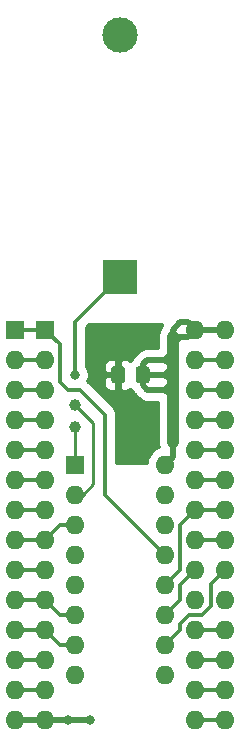
<source format=gtl>
%TF.GenerationSoftware,KiCad,Pcbnew,(5.1.9)-1*%
%TF.CreationDate,2021-02-16T22:08:34+08:00*%
%TF.ProjectId,SmartWatchRedux,536d6172-7457-4617-9463-685265647578,rev?*%
%TF.SameCoordinates,Original*%
%TF.FileFunction,Copper,L1,Top*%
%TF.FilePolarity,Positive*%
%FSLAX46Y46*%
G04 Gerber Fmt 4.6, Leading zero omitted, Abs format (unit mm)*
G04 Created by KiCad (PCBNEW (5.1.9)-1) date 2021-02-16 22:08:34*
%MOMM*%
%LPD*%
G01*
G04 APERTURE LIST*
%TA.AperFunction,ComponentPad*%
%ADD10O,1.600000X1.600000*%
%TD*%
%TA.AperFunction,ComponentPad*%
%ADD11R,1.600000X1.600000*%
%TD*%
%TA.AperFunction,ComponentPad*%
%ADD12C,1.000000*%
%TD*%
%TA.AperFunction,ComponentPad*%
%ADD13R,3.000000X3.000000*%
%TD*%
%TA.AperFunction,ComponentPad*%
%ADD14C,3.000000*%
%TD*%
%TA.AperFunction,ViaPad*%
%ADD15C,0.800000*%
%TD*%
%TA.AperFunction,Conductor*%
%ADD16C,0.350000*%
%TD*%
%TA.AperFunction,Conductor*%
%ADD17C,0.500000*%
%TD*%
%TA.AperFunction,Conductor*%
%ADD18C,1.000000*%
%TD*%
%TA.AperFunction,Conductor*%
%ADD19C,0.250000*%
%TD*%
%TA.AperFunction,Conductor*%
%ADD20C,0.254000*%
%TD*%
%TA.AperFunction,Conductor*%
%ADD21C,0.100000*%
%TD*%
G04 APERTURE END LIST*
D10*
%TO.P,CN1,28*%
%TO.N,VCC*%
X123190000Y-63500000D03*
%TO.P,CN1,14*%
%TO.N,GND*%
X107950000Y-96520000D03*
%TO.P,CN1,27*%
%TO.N,Net-(CN1-Pad27)*%
X123190000Y-66040000D03*
%TO.P,CN1,13*%
%TO.N,Net-(CN1-Pad13)*%
X107950000Y-93980000D03*
%TO.P,CN1,26*%
%TO.N,Net-(CN1-Pad26)*%
X123190000Y-68580000D03*
%TO.P,CN1,12*%
%TO.N,Net-(CN1-Pad12)*%
X107950000Y-91440000D03*
%TO.P,CN1,25*%
%TO.N,Net-(CN1-Pad25)*%
X123190000Y-71120000D03*
%TO.P,CN1,11*%
%TO.N,Net-(CN1-Pad11)*%
X107950000Y-88900000D03*
%TO.P,CN1,24*%
%TO.N,Net-(CN1-Pad24)*%
X123190000Y-73660000D03*
%TO.P,CN1,10*%
%TO.N,Net-(CN1-Pad10)*%
X107950000Y-86360000D03*
%TO.P,CN1,23*%
%TO.N,Net-(CN1-Pad23)*%
X123190000Y-76200000D03*
%TO.P,CN1,9*%
%TO.N,Net-(CN1-Pad9)*%
X107950000Y-83820000D03*
%TO.P,CN1,22*%
%TO.N,Net-(CN1-Pad22)*%
X123190000Y-78740000D03*
%TO.P,CN1,8*%
%TO.N,Net-(CN1-Pad8)*%
X107950000Y-81280000D03*
%TO.P,CN1,21*%
%TO.N,Net-(CN1-Pad21)*%
X123190000Y-81280000D03*
%TO.P,CN1,7*%
%TO.N,Net-(CN1-Pad7)*%
X107950000Y-78740000D03*
%TO.P,CN1,20*%
%TO.N,Net-(CN1-Pad20)*%
X123190000Y-83820000D03*
%TO.P,CN1,6*%
%TO.N,Net-(CN1-Pad6)*%
X107950000Y-76200000D03*
%TO.P,CN1,19*%
%TO.N,Net-(CN1-Pad19)*%
X123190000Y-86360000D03*
%TO.P,CN1,5*%
%TO.N,Net-(CN1-Pad5)*%
X107950000Y-73660000D03*
%TO.P,CN1,18*%
%TO.N,Net-(CN1-Pad18)*%
X123190000Y-88900000D03*
%TO.P,CN1,4*%
%TO.N,Net-(CN1-Pad4)*%
X107950000Y-71120000D03*
%TO.P,CN1,17*%
%TO.N,Net-(CN1-Pad17)*%
X123190000Y-91440000D03*
%TO.P,CN1,3*%
%TO.N,Net-(CN1-Pad3)*%
X107950000Y-68580000D03*
%TO.P,CN1,16*%
%TO.N,Net-(CN1-Pad16)*%
X123190000Y-93980000D03*
%TO.P,CN1,2*%
%TO.N,Net-(CN1-Pad2)*%
X107950000Y-66040000D03*
%TO.P,CN1,15*%
%TO.N,Net-(CN1-Pad15)*%
X123190000Y-96520000D03*
D11*
%TO.P,CN1,1*%
%TO.N,Net-(CN1-Pad1)*%
X107950000Y-63500000D03*
%TD*%
%TO.P,C1,2*%
%TO.N,GND*%
%TA.AperFunction,SMDPad,CuDef*%
G36*
G01*
X117257500Y-66835000D02*
X117257500Y-67785000D01*
G75*
G02*
X117007500Y-68035000I-250000J0D01*
G01*
X116332500Y-68035000D01*
G75*
G02*
X116082500Y-67785000I0J250000D01*
G01*
X116082500Y-66835000D01*
G75*
G02*
X116332500Y-66585000I250000J0D01*
G01*
X117007500Y-66585000D01*
G75*
G02*
X117257500Y-66835000I0J-250000D01*
G01*
G37*
%TD.AperFunction*%
%TO.P,C1,1*%
%TO.N,VCC*%
%TA.AperFunction,SMDPad,CuDef*%
G36*
G01*
X119332500Y-66835000D02*
X119332500Y-67785000D01*
G75*
G02*
X119082500Y-68035000I-250000J0D01*
G01*
X118407500Y-68035000D01*
G75*
G02*
X118157500Y-67785000I0J250000D01*
G01*
X118157500Y-66835000D01*
G75*
G02*
X118407500Y-66585000I250000J0D01*
G01*
X119082500Y-66585000D01*
G75*
G02*
X119332500Y-66835000I0J-250000D01*
G01*
G37*
%TD.AperFunction*%
%TD*%
D12*
%TO.P,Y1,1*%
%TO.N,/XTAL1*%
X113030000Y-71755000D03*
%TO.P,Y1,2*%
%TO.N,/XTAL2*%
X113030000Y-69855000D03*
%TD*%
D10*
%TO.P,U1,28*%
%TO.N,VCC*%
X125730000Y-63500000D03*
%TO.P,U1,14*%
%TO.N,GND*%
X110490000Y-96520000D03*
%TO.P,U1,27*%
%TO.N,Net-(CN1-Pad27)*%
X125730000Y-66040000D03*
%TO.P,U1,13*%
%TO.N,Net-(CN1-Pad13)*%
X110490000Y-93980000D03*
%TO.P,U1,26*%
%TO.N,Net-(CN1-Pad26)*%
X125730000Y-68580000D03*
%TO.P,U1,12*%
%TO.N,Net-(CN1-Pad12)*%
X110490000Y-91440000D03*
%TO.P,U1,25*%
%TO.N,Net-(CN1-Pad25)*%
X125730000Y-71120000D03*
%TO.P,U1,11*%
%TO.N,Net-(CN1-Pad11)*%
X110490000Y-88900000D03*
%TO.P,U1,24*%
%TO.N,Net-(CN1-Pad24)*%
X125730000Y-73660000D03*
%TO.P,U1,10*%
%TO.N,Net-(CN1-Pad10)*%
X110490000Y-86360000D03*
%TO.P,U1,23*%
%TO.N,Net-(CN1-Pad23)*%
X125730000Y-76200000D03*
%TO.P,U1,9*%
%TO.N,Net-(CN1-Pad9)*%
X110490000Y-83820000D03*
%TO.P,U1,22*%
%TO.N,Net-(CN1-Pad22)*%
X125730000Y-78740000D03*
%TO.P,U1,8*%
%TO.N,Net-(CN1-Pad8)*%
X110490000Y-81280000D03*
%TO.P,U1,21*%
%TO.N,Net-(CN1-Pad21)*%
X125730000Y-81280000D03*
%TO.P,U1,7*%
%TO.N,Net-(CN1-Pad7)*%
X110490000Y-78740000D03*
%TO.P,U1,20*%
%TO.N,Net-(U1-Pad20)*%
X125730000Y-83820000D03*
%TO.P,U1,6*%
%TO.N,Net-(CN1-Pad6)*%
X110490000Y-76200000D03*
%TO.P,U1,19*%
%TO.N,Net-(CN1-Pad19)*%
X125730000Y-86360000D03*
%TO.P,U1,5*%
%TO.N,Net-(CN1-Pad5)*%
X110490000Y-73660000D03*
%TO.P,U1,18*%
%TO.N,Net-(CN1-Pad18)*%
X125730000Y-88900000D03*
%TO.P,U1,4*%
%TO.N,Net-(CN1-Pad4)*%
X110490000Y-71120000D03*
%TO.P,U1,17*%
%TO.N,Net-(CN1-Pad17)*%
X125730000Y-91440000D03*
%TO.P,U1,3*%
%TO.N,Net-(CN1-Pad3)*%
X110490000Y-68580000D03*
%TO.P,U1,16*%
%TO.N,Net-(CN1-Pad16)*%
X125730000Y-93980000D03*
%TO.P,U1,2*%
%TO.N,Net-(CN1-Pad2)*%
X110490000Y-66040000D03*
%TO.P,U1,15*%
%TO.N,Net-(CN1-Pad15)*%
X125730000Y-96520000D03*
D11*
%TO.P,U1,1*%
%TO.N,Net-(CN1-Pad1)*%
X110490000Y-63500000D03*
%TD*%
D10*
%TO.P,U2,16*%
%TO.N,VCC*%
X120650000Y-74930000D03*
%TO.P,U2,8*%
%TO.N,GND*%
X113030000Y-92710000D03*
%TO.P,U2,15*%
%TO.N,Net-(U2-Pad15)*%
X120650000Y-77470000D03*
%TO.P,U2,7*%
%TO.N,Net-(CN1-Pad11)*%
X113030000Y-90170000D03*
%TO.P,U2,14*%
%TO.N,GND*%
X120650000Y-80010000D03*
%TO.P,U2,6*%
%TO.N,Net-(CN1-Pad10)*%
X113030000Y-87630000D03*
%TO.P,U2,13*%
%TO.N,Net-(CN1-Pad1)*%
X120650000Y-82550000D03*
%TO.P,U2,5*%
%TO.N,GND*%
X113030000Y-85090000D03*
%TO.P,U2,12*%
%TO.N,Net-(CN1-Pad22)*%
X120650000Y-85090000D03*
%TO.P,U2,4*%
%TO.N,Net-(BAT1-Pad1)*%
X113030000Y-82550000D03*
%TO.P,U2,11*%
%TO.N,Net-(CN1-Pad20)*%
X120650000Y-87630000D03*
%TO.P,U2,3*%
%TO.N,Net-(CN1-Pad8)*%
X113030000Y-80010000D03*
%TO.P,U2,10*%
%TO.N,Net-(U1-Pad20)*%
X120650000Y-90170000D03*
%TO.P,U2,2*%
%TO.N,/XTAL2*%
X113030000Y-77470000D03*
%TO.P,U2,9*%
%TO.N,Net-(U2-Pad15)*%
X120650000Y-92710000D03*
D11*
%TO.P,U2,1*%
%TO.N,/XTAL1*%
X113030000Y-74930000D03*
%TD*%
D13*
%TO.P,BAT1,1*%
%TO.N,Net-(BAT1-Pad1)*%
X116840000Y-59055000D03*
D14*
%TO.P,BAT1,2*%
%TO.N,GND*%
X116840000Y-38565000D03*
%TD*%
D15*
%TO.N,Net-(BAT1-Pad1)*%
X113030000Y-67310000D03*
%TO.N,GND*%
X114935000Y-64770000D03*
X116840000Y-64770000D03*
X118745000Y-64770000D03*
X112395000Y-96520000D03*
X114300000Y-96520000D03*
X116840000Y-73660000D03*
X118745000Y-73660000D03*
X114935000Y-67310000D03*
%TO.N,VCC*%
X121285000Y-73025000D03*
%TD*%
D16*
%TO.N,Net-(BAT1-Pad1)*%
X113030000Y-62865000D02*
X116840000Y-59055000D01*
X113030000Y-67310000D02*
X113030000Y-62865000D01*
D17*
%TO.N,GND*%
X107950000Y-96520000D02*
X110490000Y-96520000D01*
X116670000Y-67310000D02*
X116670000Y-69680000D01*
X116670000Y-69680000D02*
X116840000Y-69850000D01*
X114935000Y-64770000D02*
X116840000Y-64770000D01*
X116840000Y-64770000D02*
X118745000Y-64770000D01*
X116670000Y-64940000D02*
X116840000Y-64770000D01*
X116670000Y-67310000D02*
X116670000Y-64940000D01*
X110490000Y-96520000D02*
X112395000Y-96520000D01*
X112395000Y-96520000D02*
X114300000Y-96520000D01*
X116840000Y-69850000D02*
X116840000Y-73660000D01*
X116840000Y-73660000D02*
X118745000Y-73660000D01*
X114935000Y-64770000D02*
X114935000Y-67310000D01*
%TO.N,VCC*%
X123190000Y-63500000D02*
X125730000Y-63500000D01*
X121285000Y-63500000D02*
X121285000Y-64135000D01*
X122555000Y-64135000D02*
X123190000Y-63500000D01*
X123190000Y-63500000D02*
X122555000Y-62865000D01*
X122555000Y-62865000D02*
X121920000Y-62865000D01*
X121920000Y-62865000D02*
X121285000Y-63500000D01*
X118745000Y-66421000D02*
X119126000Y-66040000D01*
X118745000Y-67310000D02*
X118745000Y-66421000D01*
X118745000Y-68199000D02*
X119126000Y-68580000D01*
X118745000Y-67310000D02*
X118745000Y-68199000D01*
X120650000Y-66040000D02*
X121285000Y-65405000D01*
D18*
X121285000Y-66040000D02*
X121285000Y-65405000D01*
D17*
X120650000Y-66040000D02*
X121285000Y-66040000D01*
X120650000Y-66040000D02*
X121285000Y-66675000D01*
D18*
X121285000Y-66675000D02*
X121285000Y-66040000D01*
X121285000Y-67310000D02*
X121285000Y-66675000D01*
X121285000Y-67945000D02*
X121285000Y-67310000D01*
X121285000Y-68580000D02*
X121285000Y-67945000D01*
D17*
X120650000Y-67310000D02*
X121285000Y-67945000D01*
X120650000Y-67310000D02*
X121285000Y-67310000D01*
X120650000Y-67310000D02*
X121285000Y-66675000D01*
X120650000Y-68580000D02*
X121285000Y-67945000D01*
X120650000Y-68580000D02*
X121285000Y-68580000D01*
X120650000Y-68580000D02*
X121285000Y-69215000D01*
D18*
X121285000Y-69215000D02*
X121285000Y-68580000D01*
D17*
X119126000Y-68580000D02*
X120650000Y-68580000D01*
X119126000Y-66040000D02*
X120650000Y-66040000D01*
X118745000Y-67310000D02*
X120650000Y-67310000D01*
D18*
X121285000Y-73025000D02*
X121285000Y-69215000D01*
D17*
X121285000Y-74295000D02*
X120650000Y-74930000D01*
X121285000Y-73025000D02*
X121285000Y-74295000D01*
X121920000Y-64135000D02*
X121285000Y-64770000D01*
D18*
X121285000Y-64770000D02*
X121285000Y-64135000D01*
X121285000Y-65405000D02*
X121285000Y-64770000D01*
D17*
X121285000Y-64135000D02*
X121920000Y-64135000D01*
X121920000Y-64135000D02*
X122555000Y-64135000D01*
D16*
%TO.N,Net-(CN1-Pad27)*%
X123190000Y-66040000D02*
X125730000Y-66040000D01*
%TO.N,Net-(CN1-Pad13)*%
X110490000Y-93980000D02*
X107950000Y-93980000D01*
%TO.N,Net-(CN1-Pad26)*%
X125730000Y-68580000D02*
X123190000Y-68580000D01*
%TO.N,Net-(CN1-Pad12)*%
X107950000Y-91440000D02*
X110490000Y-91440000D01*
%TO.N,Net-(CN1-Pad25)*%
X123190000Y-71120000D02*
X125730000Y-71120000D01*
%TO.N,Net-(CN1-Pad11)*%
X110490000Y-88900000D02*
X107950000Y-88900000D01*
X111760000Y-90170000D02*
X110490000Y-88900000D01*
X113030000Y-90170000D02*
X111760000Y-90170000D01*
%TO.N,Net-(CN1-Pad24)*%
X125730000Y-73660000D02*
X123190000Y-73660000D01*
%TO.N,Net-(CN1-Pad10)*%
X107950000Y-86360000D02*
X110490000Y-86360000D01*
X111760000Y-87630000D02*
X110490000Y-86360000D01*
X113030000Y-87630000D02*
X111760000Y-87630000D01*
%TO.N,Net-(CN1-Pad23)*%
X123190000Y-76200000D02*
X125730000Y-76200000D01*
%TO.N,Net-(CN1-Pad9)*%
X110490000Y-83820000D02*
X107950000Y-83820000D01*
%TO.N,Net-(CN1-Pad22)*%
X125730000Y-78740000D02*
X123190000Y-78740000D01*
X121920000Y-80010000D02*
X123190000Y-78740000D01*
X121920000Y-83820000D02*
X121920000Y-80010000D01*
X120650000Y-85090000D02*
X121920000Y-83820000D01*
%TO.N,Net-(CN1-Pad8)*%
X107950000Y-81280000D02*
X110490000Y-81280000D01*
X111760000Y-80010000D02*
X110490000Y-81280000D01*
X113030000Y-80010000D02*
X111760000Y-80010000D01*
%TO.N,Net-(CN1-Pad21)*%
X125730000Y-81280000D02*
X123190000Y-81280000D01*
%TO.N,Net-(CN1-Pad7)*%
X110490000Y-78740000D02*
X107950000Y-78740000D01*
%TO.N,Net-(CN1-Pad20)*%
X121920000Y-85090000D02*
X123190000Y-83820000D01*
X121920000Y-86360000D02*
X121920000Y-85090000D01*
X120650000Y-87630000D02*
X121920000Y-86360000D01*
%TO.N,Net-(CN1-Pad6)*%
X107950000Y-76200000D02*
X110490000Y-76200000D01*
%TO.N,Net-(CN1-Pad5)*%
X110490000Y-73660000D02*
X107950000Y-73660000D01*
%TO.N,Net-(CN1-Pad18)*%
X125730000Y-88900000D02*
X123190000Y-88900000D01*
%TO.N,Net-(CN1-Pad4)*%
X107950000Y-71120000D02*
X110490000Y-71120000D01*
%TO.N,Net-(CN1-Pad17)*%
X123190000Y-91440000D02*
X125730000Y-91440000D01*
%TO.N,Net-(CN1-Pad3)*%
X110490000Y-68580000D02*
X107950000Y-68580000D01*
%TO.N,Net-(CN1-Pad16)*%
X125730000Y-93980000D02*
X123190000Y-93980000D01*
%TO.N,Net-(CN1-Pad2)*%
X107950000Y-66040000D02*
X110490000Y-66040000D01*
%TO.N,Net-(CN1-Pad15)*%
X123190000Y-96520000D02*
X125730000Y-96520000D01*
%TO.N,Net-(CN1-Pad1)*%
X110490000Y-63500000D02*
X107950000Y-63500000D01*
X115570000Y-77470000D02*
X120650000Y-82550000D01*
X113474500Y-68580000D02*
X115570000Y-70675500D01*
X111715001Y-67900001D02*
X112395000Y-68580000D01*
X112395000Y-68580000D02*
X113474500Y-68580000D01*
X111715001Y-64725001D02*
X111715001Y-67900001D01*
X115570000Y-70675500D02*
X115570000Y-77470000D01*
X110490000Y-63500000D02*
X111715001Y-64725001D01*
%TO.N,Net-(U1-Pad20)*%
X124504999Y-85045001D02*
X125730000Y-83820000D01*
X123733002Y-87630000D02*
X124504999Y-86858003D01*
X124504999Y-86858003D02*
X124504999Y-85045001D01*
X121920000Y-88401997D02*
X121920000Y-88900000D01*
X120650000Y-90170000D02*
X121920000Y-88900000D01*
X122691997Y-87630000D02*
X123733002Y-87630000D01*
X121920000Y-88401997D02*
X122691997Y-87630000D01*
D19*
%TO.N,/XTAL2*%
X113665000Y-77470000D02*
X113030000Y-77470000D01*
X114554000Y-76581000D02*
X113665000Y-77470000D01*
X114554000Y-71379000D02*
X114554000Y-76581000D01*
X113030000Y-69855000D02*
X114554000Y-71379000D01*
%TO.N,/XTAL1*%
X113030000Y-71755000D02*
X113030000Y-74930000D01*
%TD*%
D20*
%TO.N,GND*%
X120345511Y-63110852D02*
X120287643Y-63301614D01*
X120280999Y-63369078D01*
X120230608Y-63430478D01*
X120113423Y-63649717D01*
X120041260Y-63887605D01*
X120023000Y-64073004D01*
X120023000Y-65028000D01*
X119175700Y-65028000D01*
X119125999Y-65023105D01*
X119076298Y-65028000D01*
X119076289Y-65028000D01*
X118927613Y-65042643D01*
X118736851Y-65100511D01*
X118561043Y-65194482D01*
X118406946Y-65320946D01*
X118375254Y-65359563D01*
X118064554Y-65670262D01*
X118025947Y-65701946D01*
X117994263Y-65740553D01*
X117994257Y-65740559D01*
X117899482Y-65856043D01*
X117834293Y-65978005D01*
X117815435Y-66013287D01*
X117689302Y-66116802D01*
X117688760Y-66117463D01*
X117611994Y-66054463D01*
X117501680Y-65995498D01*
X117381982Y-65959188D01*
X117257500Y-65946928D01*
X116955750Y-65950000D01*
X116797000Y-66108750D01*
X116797000Y-67183000D01*
X116817000Y-67183000D01*
X116817000Y-67437000D01*
X116797000Y-67437000D01*
X116797000Y-68511250D01*
X116955750Y-68670000D01*
X117257500Y-68673072D01*
X117381982Y-68660812D01*
X117501680Y-68624502D01*
X117611994Y-68565537D01*
X117688760Y-68502537D01*
X117689302Y-68503198D01*
X117815435Y-68606713D01*
X117899482Y-68763957D01*
X117994257Y-68879441D01*
X117994263Y-68879447D01*
X118025947Y-68918054D01*
X118064554Y-68949738D01*
X118375254Y-69260437D01*
X118406946Y-69299054D01*
X118561043Y-69425518D01*
X118736851Y-69519489D01*
X118927613Y-69577357D01*
X119076289Y-69592000D01*
X119076298Y-69592000D01*
X119125999Y-69596895D01*
X119175700Y-69592000D01*
X120023001Y-69592000D01*
X120023000Y-73086995D01*
X120041260Y-73272394D01*
X120100293Y-73466999D01*
X119910115Y-73545773D01*
X119654283Y-73716715D01*
X119436715Y-73934283D01*
X119265773Y-74190115D01*
X119148027Y-74474381D01*
X119088000Y-74776156D01*
X119088000Y-74803000D01*
X116507000Y-74803000D01*
X116507000Y-70721517D01*
X116511532Y-70675500D01*
X116507000Y-70629483D01*
X116507000Y-70629475D01*
X116493442Y-70491816D01*
X116439863Y-70315191D01*
X116352856Y-70152412D01*
X116235764Y-70009736D01*
X116200018Y-69980400D01*
X114254618Y-68035000D01*
X115444428Y-68035000D01*
X115456688Y-68159482D01*
X115492998Y-68279180D01*
X115551963Y-68389494D01*
X115631315Y-68486185D01*
X115728006Y-68565537D01*
X115838320Y-68624502D01*
X115958018Y-68660812D01*
X116082500Y-68673072D01*
X116384250Y-68670000D01*
X116543000Y-68511250D01*
X116543000Y-67437000D01*
X115606250Y-67437000D01*
X115447500Y-67595750D01*
X115444428Y-68035000D01*
X114254618Y-68035000D01*
X114169606Y-67949988D01*
X114140264Y-67914236D01*
X114063539Y-67851269D01*
X114147345Y-67648943D01*
X114192000Y-67424447D01*
X114192000Y-67195553D01*
X114147345Y-66971057D01*
X114059751Y-66759587D01*
X113967000Y-66620775D01*
X113967000Y-66585000D01*
X115444428Y-66585000D01*
X115447500Y-67024250D01*
X115606250Y-67183000D01*
X116543000Y-67183000D01*
X116543000Y-66108750D01*
X116384250Y-65950000D01*
X116082500Y-65946928D01*
X115958018Y-65959188D01*
X115838320Y-65995498D01*
X115728006Y-66054463D01*
X115631315Y-66133815D01*
X115551963Y-66230506D01*
X115492998Y-66340820D01*
X115456688Y-66460518D01*
X115444428Y-66585000D01*
X113967000Y-66585000D01*
X113967000Y-63253117D01*
X114228117Y-62992000D01*
X120409038Y-62992000D01*
X120345511Y-63110852D01*
%TA.AperFunction,Conductor*%
D21*
G36*
X120345511Y-63110852D02*
G01*
X120287643Y-63301614D01*
X120280999Y-63369078D01*
X120230608Y-63430478D01*
X120113423Y-63649717D01*
X120041260Y-63887605D01*
X120023000Y-64073004D01*
X120023000Y-65028000D01*
X119175700Y-65028000D01*
X119125999Y-65023105D01*
X119076298Y-65028000D01*
X119076289Y-65028000D01*
X118927613Y-65042643D01*
X118736851Y-65100511D01*
X118561043Y-65194482D01*
X118406946Y-65320946D01*
X118375254Y-65359563D01*
X118064554Y-65670262D01*
X118025947Y-65701946D01*
X117994263Y-65740553D01*
X117994257Y-65740559D01*
X117899482Y-65856043D01*
X117834293Y-65978005D01*
X117815435Y-66013287D01*
X117689302Y-66116802D01*
X117688760Y-66117463D01*
X117611994Y-66054463D01*
X117501680Y-65995498D01*
X117381982Y-65959188D01*
X117257500Y-65946928D01*
X116955750Y-65950000D01*
X116797000Y-66108750D01*
X116797000Y-67183000D01*
X116817000Y-67183000D01*
X116817000Y-67437000D01*
X116797000Y-67437000D01*
X116797000Y-68511250D01*
X116955750Y-68670000D01*
X117257500Y-68673072D01*
X117381982Y-68660812D01*
X117501680Y-68624502D01*
X117611994Y-68565537D01*
X117688760Y-68502537D01*
X117689302Y-68503198D01*
X117815435Y-68606713D01*
X117899482Y-68763957D01*
X117994257Y-68879441D01*
X117994263Y-68879447D01*
X118025947Y-68918054D01*
X118064554Y-68949738D01*
X118375254Y-69260437D01*
X118406946Y-69299054D01*
X118561043Y-69425518D01*
X118736851Y-69519489D01*
X118927613Y-69577357D01*
X119076289Y-69592000D01*
X119076298Y-69592000D01*
X119125999Y-69596895D01*
X119175700Y-69592000D01*
X120023001Y-69592000D01*
X120023000Y-73086995D01*
X120041260Y-73272394D01*
X120100293Y-73466999D01*
X119910115Y-73545773D01*
X119654283Y-73716715D01*
X119436715Y-73934283D01*
X119265773Y-74190115D01*
X119148027Y-74474381D01*
X119088000Y-74776156D01*
X119088000Y-74803000D01*
X116507000Y-74803000D01*
X116507000Y-70721517D01*
X116511532Y-70675500D01*
X116507000Y-70629483D01*
X116507000Y-70629475D01*
X116493442Y-70491816D01*
X116439863Y-70315191D01*
X116352856Y-70152412D01*
X116235764Y-70009736D01*
X116200018Y-69980400D01*
X114254618Y-68035000D01*
X115444428Y-68035000D01*
X115456688Y-68159482D01*
X115492998Y-68279180D01*
X115551963Y-68389494D01*
X115631315Y-68486185D01*
X115728006Y-68565537D01*
X115838320Y-68624502D01*
X115958018Y-68660812D01*
X116082500Y-68673072D01*
X116384250Y-68670000D01*
X116543000Y-68511250D01*
X116543000Y-67437000D01*
X115606250Y-67437000D01*
X115447500Y-67595750D01*
X115444428Y-68035000D01*
X114254618Y-68035000D01*
X114169606Y-67949988D01*
X114140264Y-67914236D01*
X114063539Y-67851269D01*
X114147345Y-67648943D01*
X114192000Y-67424447D01*
X114192000Y-67195553D01*
X114147345Y-66971057D01*
X114059751Y-66759587D01*
X113967000Y-66620775D01*
X113967000Y-66585000D01*
X115444428Y-66585000D01*
X115447500Y-67024250D01*
X115606250Y-67183000D01*
X116543000Y-67183000D01*
X116543000Y-66108750D01*
X116384250Y-65950000D01*
X116082500Y-65946928D01*
X115958018Y-65959188D01*
X115838320Y-65995498D01*
X115728006Y-66054463D01*
X115631315Y-66133815D01*
X115551963Y-66230506D01*
X115492998Y-66340820D01*
X115456688Y-66460518D01*
X115444428Y-66585000D01*
X113967000Y-66585000D01*
X113967000Y-63253117D01*
X114228117Y-62992000D01*
X120409038Y-62992000D01*
X120345511Y-63110852D01*
G37*
%TD.AperFunction*%
%TD*%
M02*

</source>
